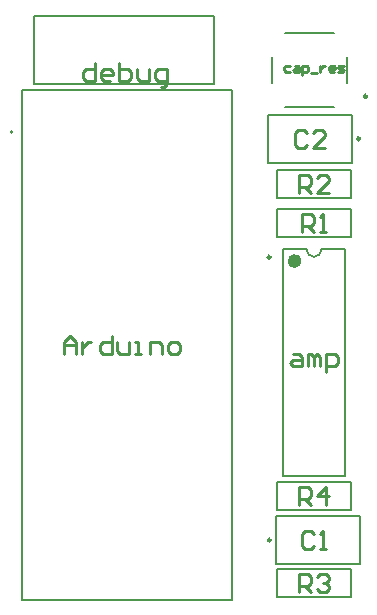
<source format=gto>
G04*
G04 #@! TF.GenerationSoftware,Altium Limited,Altium Designer,21.9.1 (22)*
G04*
G04 Layer_Color=65535*
%FSLAX25Y25*%
%MOIN*%
G70*
G04*
G04 #@! TF.SameCoordinates,351BDD15-2B00-492A-8363-C63AB1A4302F*
G04*
G04*
G04 #@! TF.FilePolarity,Positive*
G04*
G01*
G75*
%ADD10C,0.00984*%
%ADD11C,0.00787*%
%ADD12C,0.02362*%
%ADD13C,0.00500*%
%ADD14C,0.01000*%
D10*
X238350Y257155D02*
G03*
X238350Y257155I-492J0D01*
G01*
X240673Y271240D02*
G03*
X240673Y271240I-492J0D01*
G01*
X208492Y217618D02*
G03*
X208492Y217618I-492J0D01*
G01*
X208634Y123345D02*
G03*
X208634Y123345I-492J0D01*
G01*
D11*
X220500Y220295D02*
G03*
X225500Y220295I2500J0D01*
G01*
X122508Y259366D02*
G03*
X122508Y259366I-394J0D01*
G01*
X129500Y275500D02*
X189500D01*
X129500D02*
Y298020D01*
X189500Y275500D02*
Y298020D01*
X129500D02*
X189500D01*
X207551Y248988D02*
Y265012D01*
X235543Y248988D02*
Y265012D01*
X207551D02*
X235543D01*
X207551Y248988D02*
X235543D01*
X233882Y275650D02*
Y284350D01*
X213213Y292382D02*
X229787D01*
X209118Y275650D02*
Y284350D01*
X213213Y267618D02*
X229787D01*
X212567Y144705D02*
Y220295D01*
X233433Y144705D02*
Y220295D01*
X212567D02*
X220500D01*
X225500D02*
X233433D01*
X212567Y144705D02*
X233433D01*
X210598Y133276D02*
Y142724D01*
X235402D01*
X210598Y133276D02*
X235402D01*
Y142724D01*
X210598Y104276D02*
Y113724D01*
X235402D01*
X210598Y104276D02*
X235402D01*
Y113724D01*
X210598Y224276D02*
Y233724D01*
X235402D01*
X210598Y224276D02*
X235402D01*
Y233724D01*
X210457Y131512D02*
X238449D01*
X210457Y115488D02*
X238449D01*
X210457D02*
Y131512D01*
X238449Y115488D02*
Y131512D01*
X210598Y237276D02*
Y246724D01*
X235402D01*
X210598Y237276D02*
X235402D01*
Y246724D01*
D12*
X217685Y216358D02*
G03*
X217685Y216358I-1181J0D01*
G01*
D13*
X125500Y273500D02*
X195500D01*
Y103500D02*
Y273500D01*
X125500Y103500D02*
X195500D01*
X125500D02*
Y273500D01*
D14*
X150003Y282499D02*
Y276501D01*
X147004D01*
X146004Y277500D01*
Y279500D01*
X147004Y280499D01*
X150003D01*
X155002Y276501D02*
X153002D01*
X152003Y277500D01*
Y279500D01*
X153002Y280499D01*
X155002D01*
X156001Y279500D01*
Y278500D01*
X152003D01*
X158001Y282499D02*
Y276501D01*
X161000D01*
X161999Y277500D01*
Y278500D01*
Y279500D01*
X161000Y280499D01*
X158001D01*
X163999D02*
Y277500D01*
X164998Y276501D01*
X167997D01*
Y280499D01*
X171996Y274501D02*
X172996D01*
X173995Y275501D01*
Y280499D01*
X170996D01*
X169997Y279500D01*
Y277500D01*
X170996Y276501D01*
X173995D01*
X220500Y258999D02*
X219501Y259999D01*
X217501D01*
X216502Y258999D01*
Y255001D01*
X217501Y254001D01*
X219501D01*
X220500Y255001D01*
X226498Y254001D02*
X222500D01*
X226498Y258000D01*
Y258999D01*
X225499Y259999D01*
X223499D01*
X222500Y258999D01*
X214999Y281499D02*
X213500D01*
X213000Y280999D01*
Y280000D01*
X213500Y279500D01*
X214999D01*
X216499Y281499D02*
X217498D01*
X217998Y280999D01*
Y279500D01*
X216499D01*
X215999Y280000D01*
X216499Y280500D01*
X217998D01*
X218998Y278500D02*
Y281499D01*
X220498D01*
X220997Y280999D01*
Y280000D01*
X220498Y279500D01*
X218998D01*
X221997Y279000D02*
X223996D01*
X224996Y281499D02*
Y279500D01*
Y280500D01*
X225496Y280999D01*
X225996Y281499D01*
X226496D01*
X229495Y279500D02*
X228495D01*
X227995Y280000D01*
Y280999D01*
X228495Y281499D01*
X229495D01*
X229995Y280999D01*
Y280500D01*
X227995D01*
X230994Y279500D02*
X232494D01*
X232994Y280000D01*
X232494Y280500D01*
X231494D01*
X230994Y280999D01*
X231494Y281499D01*
X232994D01*
X216000Y185499D02*
X217999D01*
X218999Y184499D01*
Y181500D01*
X216000D01*
X215000Y182500D01*
X216000Y183499D01*
X218999D01*
X220998Y181500D02*
Y185499D01*
X221998D01*
X222997Y184499D01*
Y181500D01*
Y184499D01*
X223997Y185499D01*
X224997Y184499D01*
Y181500D01*
X226996Y179501D02*
Y185499D01*
X229995D01*
X230995Y184499D01*
Y182500D01*
X229995Y181500D01*
X226996D01*
X218000Y135000D02*
Y140998D01*
X220999D01*
X221999Y139998D01*
Y137999D01*
X220999Y136999D01*
X218000D01*
X219999D02*
X221999Y135000D01*
X226997D02*
Y140998D01*
X223998Y137999D01*
X227997D01*
X218000Y106000D02*
Y111998D01*
X220999D01*
X221999Y110998D01*
Y108999D01*
X220999Y107999D01*
X218000D01*
X219999D02*
X221999Y106000D01*
X223998Y110998D02*
X224998Y111998D01*
X226997D01*
X227997Y110998D01*
Y109999D01*
X226997Y108999D01*
X225997D01*
X226997D01*
X227997Y107999D01*
Y107000D01*
X226997Y106000D01*
X224998D01*
X223998Y107000D01*
X218000Y239000D02*
Y244998D01*
X220999D01*
X221999Y243998D01*
Y241999D01*
X220999Y240999D01*
X218000D01*
X219999D02*
X221999Y239000D01*
X227997D02*
X223998D01*
X227997Y242999D01*
Y243998D01*
X226997Y244998D01*
X224998D01*
X223998Y243998D01*
X219000Y226000D02*
Y231998D01*
X221999D01*
X222999Y230998D01*
Y228999D01*
X221999Y227999D01*
X219000D01*
X220999D02*
X222999Y226000D01*
X224998D02*
X226997D01*
X225998D01*
Y231998D01*
X224998Y230998D01*
X223099Y125498D02*
X222099Y126498D01*
X220100D01*
X219100Y125498D01*
Y121500D01*
X220100Y120500D01*
X222099D01*
X223099Y121500D01*
X225098Y120500D02*
X227097D01*
X226098D01*
Y126498D01*
X225098Y125498D01*
X139500Y185500D02*
Y189499D01*
X141499Y191498D01*
X143499Y189499D01*
Y185500D01*
Y188499D01*
X139500D01*
X145498Y189499D02*
Y185500D01*
Y187499D01*
X146498Y188499D01*
X147497Y189499D01*
X148497D01*
X155495Y191498D02*
Y185500D01*
X152496D01*
X151496Y186500D01*
Y188499D01*
X152496Y189499D01*
X155495D01*
X157494D02*
Y186500D01*
X158494Y185500D01*
X161493D01*
Y189499D01*
X163492Y185500D02*
X165492D01*
X164492D01*
Y189499D01*
X163492D01*
X168491Y185500D02*
Y189499D01*
X171490D01*
X172489Y188499D01*
Y185500D01*
X175488D02*
X177488D01*
X178487Y186500D01*
Y188499D01*
X177488Y189499D01*
X175488D01*
X174489Y188499D01*
Y186500D01*
X175488Y185500D01*
M02*

</source>
